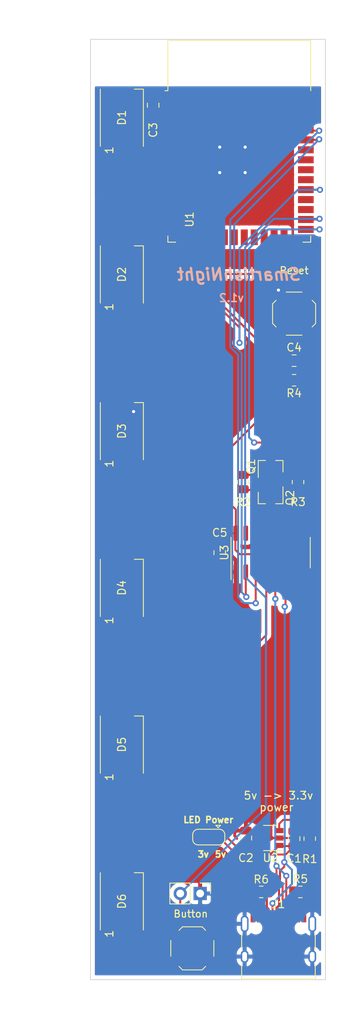
<source format=kicad_pcb>
(kicad_pcb (version 20211014) (generator pcbnew)
  (layers (0 "F.Cu" signal) (31 "B.Cu" signal) (34 "B.Paste" user) (35 "F.Paste" user) (36 "B.SilkS" user "B.Silkscreen") (37 "F.SilkS" user "F.Silkscreen") (38 "B.Mask" user) (39 "F.Mask" user) (44 "Edge.Cuts" user))
  (net 0 "")
  (net 1 "GND")
  (net 2 "VBUS")
  (net 3 "+3V3")
  (net 4 "/RESET")
  (net 5 "/NEOPIXEL")
  (net 6 "Net-(D1-Pad2)")
  (net 7 "Net-(D2-Pad2)")
  (net 8 "Net-(D3-Pad2)")
  (net 9 "Net-(D4-Pad2)")
  (net 10 "/D-")
  (net 11 "/D+")
  (net 12 "/BUTTON")
  (net 13 "/DTR")
  (net 14 "/GPIO0")
  (net 15 "/RTS")
  (net 16 "Net-(R1-Pad2)")
  (net 17 "Net-(D5-Pad2)")
  (net 18 "/RXD0")
  (net 19 "/TXD0")
  (net 20 "/LED_POWER")
  (net 21 "Net-(J1-PadA5)")
  (net 22 "Net-(J1-PadB5)")
  (net 23 "Net-(Q1-Pad1)")
  (net 24 "Net-(Q2-Pad1)")
  (footprint "Capacitor_SMD:C_0805_2012Metric" (layer "F.Cu") (at 118 58.4 90)
    (fp_text reference "C3" (at -3.175 0 90) (layer "F.SilkS"))
    (fp_text value "10uF")
    (pad "1" smd roundrect locked (at -0.95 0 90) (size 1 1.45) (layers "F.Cu" "F.Paste" "F.Mask") (net 3 "+3V3"))
    (pad "2" smd roundrect locked (at 0.95 0 90) (size 1 1.45) (layers "F.Cu" "F.Paste" "F.Mask") (net 1 "GND"))
  )
  (footprint "LED_SMD:LED_WS2812B_PLCC4_5.0x5.0mm_P3.2mm" (layer "F.Cu") (at 114 60 90)
    (fp_text reference "D1" (at 0 0 90) (layer "F.SilkS"))
    (fp_text value "WS2812B")
    (fp_text user "1" (at -4.15 -1.6 90) (layer "F.SilkS"))
    (pad "1" smd rect locked (at -2.45 -1.6 90) (size 1.5 1) (layers "F.Cu" "F.Paste" "F.Mask") (net 20 "/LED_POWER"))
    (pad "2" smd rect locked (at -2.45 1.6 90) (size 1.5 1) (layers "F.Cu" "F.Paste" "F.Mask") (net 6 "Net-(D1-Pad2)"))
    (pad "3" smd rect locked (at 2.45 1.6 90) (size 1.5 1) (layers "F.Cu" "F.Paste" "F.Mask") (net 1 "GND"))
    (pad "4" smd rect locked (at 2.45 -1.6 90) (size 1.5 1) (layers "F.Cu" "F.Paste" "F.Mask") (net 5 "/NEOPIXEL"))
  )
  (footprint "LED_SMD:LED_WS2812B_PLCC4_5.0x5.0mm_P3.2mm" (layer "F.Cu") (at 114 120 90)
    (fp_text reference "D4" (at 0 0 90) (layer "F.SilkS"))
    (fp_text value "WS2812B")
    (fp_text user "1" (at -4.15 -1.6 90) (layer "F.SilkS"))
    (pad "1" smd rect locked (at -2.45 -1.6 90) (size 1.5 1) (layers "F.Cu" "F.Paste" "F.Mask") (net 20 "/LED_POWER"))
    (pad "2" smd rect locked (at -2.45 1.6 90) (size 1.5 1) (layers "F.Cu" "F.Paste" "F.Mask") (net 9 "Net-(D4-Pad2)"))
    (pad "3" smd rect locked (at 2.45 1.6 90) (size 1.5 1) (layers "F.Cu" "F.Paste" "F.Mask") (net 1 "GND"))
    (pad "4" smd rect locked (at 2.45 -1.6 90) (size 1.5 1) (layers "F.Cu" "F.Paste" "F.Mask") (net 8 "Net-(D3-Pad2)"))
  )
  (footprint "Resistor_SMD:R_0805_2012Metric" (layer "F.Cu") (at 136 93.5)
    (fp_text reference "R4" (at 0 1.651) (layer "F.SilkS"))
    (fp_text value "10K")
    (pad "1" smd roundrect locked (at -0.9125 0) (size 1.025 1.4) (layers "F.Cu" "F.Paste" "F.Mask") (roundrect_rratio 0.243902) (net 3 "+3V3"))
    (pad "2" smd roundrect locked (at 0.9125 0) (size 1.025 1.4) (layers "F.Cu" "F.Paste" "F.Mask") (roundrect_rratio 0.243902) (net 4 "/RESET"))
  )
  (footprint "Button_Switch_SMD:SW_SPST_TL3342" (layer "F.Cu") (at 136 85 90)
    (fp_text reference "SW1" hide)
    (fp_text value "TL3342")
    (pad "1" smd rect locked (at -3.15 -1.9 90) (size 1.7 1) (layers "F.Cu" "F.Paste" "F.Mask") (net 1 "GND"))
    (pad "1" smd rect locked (at 3.15 -1.9 90) (size 1.7 1) (layers "F.Cu" "F.Paste" "F.Mask") (net 1 "GND"))
    (pad "2" smd rect locked (at 3.15 1.9 90) (size 1.7 1) (layers "F.Cu" "F.Paste" "F.Mask") (net 4 "/RESET"))
    (pad "2" smd rect locked (at -3.15 1.9 90) (size 1.7 1) (layers "F.Cu" "F.Paste" "F.Mask") (net 4 "/RESET"))
  )
  (footprint "Button_Switch_SMD:SW_SPST_TL3342" (layer "F.Cu") (at 123 166 180)
    (fp_text reference "SW2" hide)
    (fp_text value "TL3342")
    (pad "1" smd rect locked (at 3.15 -1.9 180) (size 1.7 1) (layers "F.Cu" "F.Paste" "F.Mask") (net 1 "GND"))
    (pad "1" smd rect locked (at -3.15 -1.9 180) (size 1.7 1) (layers "F.Cu" "F.Paste" "F.Mask") (net 1 "GND"))
    (pad "2" smd rect locked (at 3.15 1.9 180) (size 1.7 1) (layers "F.Cu" "F.Paste" "F.Mask") (net 12 "/BUTTON"))
    (pad "2" smd rect locked (at -3.15 1.9 180) (size 1.7 1) (layers "F.Cu" "F.Paste" "F.Mask") (net 12 "/BUTTON"))
  )
  (footprint "Capacitor_SMD:C_0805_2012Metric" (layer "F.Cu") (at 136 91)
    (fp_text reference "C4" (at 0 -1.68) (layer "F.SilkS"))
    (fp_text value "1uF")
    (pad "1" smd roundrect locked (at -0.95 0) (size 1 1.45) (layers "F.Cu" "F.Paste" "F.Mask") (net 1 "GND"))
    (pad "2" smd roundrect locked (at 0.95 0) (size 1 1.45) (layers "F.Cu" "F.Paste" "F.Mask") (net 4 "/RESET"))
  )
  (footprint "Resistor_SMD:R_0805_2012Metric" (layer "F.Cu") (at 129.5 106.5 -90)
    (fp_text reference "R2" (at 2.54 0) (layer "F.SilkS"))
    (fp_text value "10K")
    (pad "1" smd roundrect locked (at -0.9125 0 270) (size 1.025 1.4) (layers "F.Cu" "F.Paste" "F.Mask") (roundrect_rratio 0.243902) (net 23 "Net-(Q1-Pad1)"))
    (pad "2" smd roundrect locked (at 0.9125 0 270) (size 1.025 1.4) (layers "F.Cu" "F.Paste" "F.Mask") (roundrect_rratio 0.243902) (net 15 "/RTS"))
  )
  (footprint "LED_SMD:LED_WS2812B_PLCC4_5.0x5.0mm_P3.2mm" (layer "F.Cu") (at 114 80 90)
    (fp_text reference "D2" (at 0 0 90) (layer "F.SilkS"))
    (fp_text value "WS2812B")
    (fp_text user "1" (at -4.15 -1.6 90) (layer "F.SilkS"))
    (pad "1" smd rect locked (at -2.45 -1.6 90) (size 1.5 1) (layers "F.Cu" "F.Paste" "F.Mask") (net 20 "/LED_POWER"))
    (pad "2" smd rect locked (at -2.45 1.6 90) (size 1.5 1) (layers "F.Cu" "F.Paste" "F.Mask") (net 7 "Net-(D2-Pad2)"))
    (pad "3" smd rect locked (at 2.45 1.6 90) (size 1.5 1) (layers "F.Cu" "F.Paste" "F.Mask") (net 1 "GND"))
    (pad "4" smd rect locked (at 2.45 -1.6 90) (size 1.5 1) (layers "F.Cu" "F.Paste" "F.Mask") (net 6 "Net-(D1-Pad2)"))
  )
  (footprint "LED_SMD:LED_WS2812B_PLCC4_5.0x5.0mm_P3.2mm" (layer "F.Cu") (at 114 140 90)
    (fp_text reference "D5" (at 0 0 90) (layer "F.SilkS"))
    (fp_text value "WS2812B")
    (fp_text user "1" (at -4.15 -1.6 90) (layer "F.SilkS"))
    (pad "1" smd rect locked (at -2.45 -1.6 90) (size 1.5 1) (layers "F.Cu" "F.Paste" "F.Mask") (net 20 "/LED_POWER"))
    (pad "2" smd rect locked (at -2.45 1.6 90) (size 1.5 1) (layers "F.Cu" "F.Paste" "F.Mask") (net 17 "Net-(D5-Pad2)"))
    (pad "3" smd rect locked (at 2.45 1.6 90) (size 1.5 1) (layers "F.Cu" "F.Paste" "F.Mask") (net 1 "GND"))
    (pad "4" smd rect locked (at 2.45 -1.6 90) (size 1.5 1) (layers "F.Cu" "F.Paste" "F.Mask") (net 9 "Net-(D4-Pad2)"))
  )
  (footprint "LED_SMD:LED_WS2812B_PLCC4_5.0x5.0mm_P3.2mm" (layer "F.Cu") (at 114 160 90)
    (fp_text reference "D6" (at 0 0 90) (layer "F.SilkS"))
    (fp_text value "WS2812B")
    (fp_text user "1" (at -4.15 -1.6 90) (layer "F.SilkS"))
    (pad "1" smd rect locked (at -2.45 -1.6 90) (size 1.5 1) (layers "F.Cu" "F.Paste" "F.Mask") (net 20 "/LED_POWER"))
    (pad "2" smd rect locked (at -2.45 1.6 90) (size 1.5 1) (layers "F.Cu" "F.Paste" "F.Mask"))
    (pad "3" smd rect locked (at 2.45 1.6 90) (size 1.5 1) (layers "F.Cu" "F.Paste" "F.Mask") (net 1 "GND"))
    (pad "4" smd rect locked (at 2.45 -1.6 90) (size 1.5 1) (layers "F.Cu" "F.Paste" "F.Mask") (net 17 "Net-(D5-Pad2)"))
  )
  (footprint "LED_SMD:LED_WS2812B_PLCC4_5.0x5.0mm_P3.2mm" (layer "F.Cu") (at 114 100 90)
    (fp_text reference "D3" (at 0 0 90) (layer "F.SilkS"))
    (fp_text value "WS2812B")
    (fp_text user "1" (at -4.15 -1.6 90) (layer "F.SilkS"))
    (pad "1" smd rect locked (at -2.45 -1.6 90) (size 1.5 1) (layers "F.Cu" "F.Paste" "F.Mask") (net 20 "/LED_POWER"))
    (pad "2" smd rect locked (at -2.45 1.6 90) (size 1.5 1) (layers "F.Cu" "F.Paste" "F.Mask") (net 8 "Net-(D3-Pad2)"))
    (pad "3" smd rect locked (at 2.45 1.6 90) (size 1.5 1) (layers "F.Cu" "F.Paste" "F.Mask") (net 1 "GND"))
    (pad "4" smd rect locked (at 2.45 -1.6 90) (size 1.5 1) (layers "F.Cu" "F.Paste" "F.Mask") (net 7 "Net-(D2-Pad2)"))
  )
  (footprint "RF_Module:ESP32-WROOM-32" (layer "F.Cu") (at 129 66)
    (fp_text reference "U1" (at -6.35 6.985 90) (layer "F.SilkS"))
    (fp_text value "ESP32-WROOM-32D")
    (pad "1" smd rect locked (at -8.5 -8.255) (size 2 0.9) (layers "F.Cu" "F.Paste" "F.Mask") (net 1 "GND"))
    (pad "2" smd rect locked (at -8.5 -6.985) (size 2 0.9) (layers "F.Cu" "F.Paste" "F.Mask") (net 3 "+3V3"))
    (pad "3" smd rect locked (at -8.5 -5.715) (size 2 0.9) (layers "F.Cu" "F.Paste" "F.Mask") (net 4 "/RESET"))
    (pad "4" smd rect locked (at -8.5 -4.445) (size 2 0.9) (layers "F.Cu" "F.Paste" "F.Mask"))
    (pad "5" smd rect locked (at -8.5 -3.175) (size 2 0.9) (layers "F.Cu" "F.Paste" "F.Mask"))
    (pad "6" smd rect locked (at -8.5 -1.905) (size 2 0.9) (layers "F.Cu" "F.Paste" "F.Mask"))
    (pad "7" smd rect locked (at -8.5 -0.635) (size 2 0.9) (layers "F.Cu" "F.Paste" "F.Mask"))
    (pad "8" smd rect locked (at -8.5 0.635) (size 2 0.9) (layers "F.Cu" "F.Paste" "F.Mask"))
    (pad "9" smd rect locked (at -8.5 1.905) (size 2 0.9) (layers "F.Cu" "F.Paste" "F.Mask"))
    (pad "10" smd rect locked (at -8.5 3.175) (size 2 0.9) (layers "F.Cu" "F.Paste" "F.Mask"))
    (pad "11" smd rect locked (at -8.5 4.445) (size 2 0.9) (layers "F.Cu" "F.Paste" "F.Mask"))
    (pad "12" smd rect locked (at -8.5 5.715) (size 2 0.9) (layers "F.Cu" "F.Paste" "F.Mask"))
    (pad "13" smd rect locked (at -8.5 6.985) (size 2 0.9) (layers "F.Cu" "F.Paste" "F.Mask"))
    (pad "14" smd rect locked (at -8.5 8.255) (size 2 0.9) (layers "F.Cu" "F.Paste" "F.Mask"))
    (pad "15" smd rect locked (at -5.715 9.255 90) (size 2 0.9) (layers "F.Cu" "F.Paste" "F.Mask") (net 1 "GND"))
    (pad "16" smd rect locked (at -4.445 9.255 90) (size 2 0.9) (layers "F.Cu" "F.Paste" "F.Mask"))
    (pad "17" smd rect locked (at -3.175 9.255 90) (size 2 0.9) (layers "F.Cu" "F.Paste" "F.Mask"))
    (pad "18" smd rect locked (at -1.905 9.255 90) (size 2 0.9) (layers "F.Cu" "F.Paste" "F.Mask"))
    (pad "19" smd rect locked (at -0.635 9.255 90) (size 2 0.9) (layers "F.Cu" "F.Paste" "F.Mask"))
    (pad "20" smd rect locked (at 0.635 9.255 90) (size 2 0.9) (layers "F.Cu" "F.Paste" "F.Mask"))
    (pad "21" smd rect locked (at 1.905 9.255 90) (size 2 0.9) (layers "F.Cu" "F.Paste" "F.Mask"))
    (pad "22" smd rect locked (at 3.175 9.255 90) (size 2 0.9) (layers "F.Cu" "F.Paste" "F.Mask"))
    (pad "23" smd rect locked (at 4.445 9.255 90) (size 2 0.9) (layers "F.Cu" "F.Paste" "F.Mask"))
    (pad "24" smd rect locked (at 5.715 9.255 90) (size 2 0.9) (layers "F.Cu" "F.Paste" "F.Mask"))
    (pad "25" smd rect locked (at 8.5 8.255) (size 2 0.9) (layers "F.Cu" "F.Paste" "F.Mask") (net 14 "/GPIO0"))
    (pad "26" smd rect locked (at 8.5 6.985) (size 2 0.9) (layers "F.Cu" "F.Paste" "F.Mask") (net 12 "/BUTTON"))
    (pad "27" smd rect locked (at 8.5 5.715) (size 2 0.9) (layers "F.Cu" "F.Paste" "F.Mask"))
    (pad "28" smd rect locked (at 8.5 4.445) (size 2 0.9) (layers "F.Cu" "F.Paste" "F.Mask"))
    (pad "29" smd rect locked (at 8.5 3.175) (size 2 0.9) (layers "F.Cu" "F.Paste" "F.Mask") (net 5 "/NEOPIXEL"))
    (pad "30" smd rect locked (at 8.5 1.905) (size 2 0.9) (layers "F.Cu" "F.Paste" "F.Mask"))
    (pad "31" smd rect locked (at 8.5 0.635) (size 2 0.9) (layers "F.Cu" "F.Paste" "F.Mask"))
    (pad "32" smd rect locked (at 8.5 -0.635) (size 2 0.9) (layers "F.Cu" "F.Paste" "F.Mask"))
    (pad "33" smd rect locked (at 8.5 -1.905) (size 2 0.9) (layers "F.Cu" "F.Paste" "F.Mask"))
    (pad "34" smd rect locked (at 8.5 -3.175) (size 2 0.9) (layers "F.Cu" "F.Paste" "F.Mask") (net 18 "/RXD0"))
    (pad "35" smd rect locked (at 8.5 -4.445) (size 2 0.9) (layers "F.Cu" "F.Paste" "F.Mask") (net 19 "/TXD0"))
    (pad "36" smd rect locked (at 8.5 -5.715) (size 2 0.9) (layers "F.Cu" "F.Paste" "F.Mask"))
    (pad "37" smd rect locked (at 8.5 -6.985) (size 2 0.9) (layers "F.Cu" "F.Paste" "F.Mask"))
    (pad "38" smd rect locked (at 8.5 -8.255) (size 2 0.9) (layers "F.Cu" "F.Paste" "F.Mask") (net 1 "GND"))
    (pad "39" smd rect locked (at -1 -0.755) (size 5 5) (layers "F.Cu" "F.Paste" "F.Mask") (net 1 "GND"))
  )
  (footprint "Resistor_SMD:R_0805_2012Metric" (layer "F.Cu") (at 136.5 106.5 90)
    (fp_text reference "R3" (at -2.54 0) (layer "F.SilkS"))
    (fp_text value "10K")
    (pad "1" smd roundrect locked (at -0.9125 0 90) (size 1.025 1.4) (layers "F.Cu" "F.Paste" "F.Mask") (roundrect_rratio 0.243902) (net 24 "Net-(Q2-Pad1)"))
    (pad "2" smd roundrect locked (at 0.9125 0 90) (size 1.025 1.4) (layers "F.Cu" "F.Paste" "F.Mask") (roundrect_rratio 0.243902) (net 13 "/DTR"))
  )
  (footprint "Connector_USB:USB_C_Receptacle_HRO_TYPE-C-31-M-12" (layer "F.Cu") (at 134 166)
    (fp_text reference "J1" (at 0 -5.645) (layer "F.SilkS"))
    (fp_text value "USB_C_Receptacle_USB2.0")
    (pad "" np_thru_hole circle locked (at 2.89 -2.6) (size 0.65 0.65) (drill 0.65) (layers *.Cu *.Mask))
    (pad "" np_thru_hole circle locked (at -2.89 -2.6) (size 0.65 0.65) (drill 0.65) (layers *.Cu *.Mask))
    (pad "A1" smd rect locked (at -3.25 -4.045) (size 0.6 1.45) (layers "F.Cu" "F.Paste" "F.Mask") (net 1 "GND"))
    (pad "A4" smd rect locked (at -2.45 -4.045) (size 0.6 1.45) (layers "F.Cu" "F.Paste" "F.Mask") (net 2 "VBUS"))
    (pad "A5" smd rect locked (at -1.25 -4.045) (size 0.3 1.45) (layers "F.Cu" "F.Paste" "F.Mask") (net 21 "Net-(J1-PadA5)"))
    (pad "A6" smd rect locked (at -0.25 -4.045) (size 0.3 1.45) (layers "F.Cu" "F.Paste" "F.Mask") (net 11 "/D+"))
    (pad "A7" smd rect locked (at 0.25 -4.045) (size 0.3 1.45) (layers "F.Cu" "F.Paste" "F.Mask") (net 10 "/D-"))
    (pad "A8" smd rect locked (at 1.25 -4.045) (size 0.3 1.45) (layers "F.Cu" "F.Paste" "F.Mask"))
    (pad "A9" smd rect locked (at 2.45 -4.045) (size 0.6 1.45) (layers "F.Cu" "F.Paste" "F.Mask") (net 2 "VBUS"))
    (pad "A12" smd rect locked (at 3.25 -4.045) (size 0.6 1.45) (layers "F.Cu" "F.Paste" "F.Mask") (net 1 "GND"))
    (pad "B1" smd rect locked (at 3.25 -4.045) (size 0.6 1.45) (layers "F.Cu" "F.Paste" "F.Mask") (net 1 "GND"))
    (pad "B4" smd rect locked (at 2.45 -4.045) (size 0.6 1.45) (layers "F.Cu" "F.Paste" "F.Mask") (net 2 "VBUS"))
    (pad "B5" smd rect locked (at 1.75 -4.045) (size 0.3 1.45) (layers "F.Cu" "F.Paste" "F.Mask") (net 22 "Net-(J1-PadB5)"))
    (pad "B6" smd rect locked (at 0.75 -4.045) (size 0.3 1.45) (layers "F.Cu" "F.Paste" "F.Mask") (net 11 "/D+"))
    (pad "B7" smd rect locked (at -0.75 -4.045) (size 0.3 1.45) (layers "F.Cu" "F.Paste" "F.Mask") (net 10 "/D-"))
    (pad "B8" smd rect locked (at -1.75 -4.045) (size 0.3 1.45) (layers "F.Cu" "F.Paste" "F.Mask"))
    (pad "B9" smd rect locked (at -2.45 -4.045) (size 0.6 1.45) (layers "F.Cu" "F.Paste" "F.Mask") (net 2 "VBUS"))
    (pad "B12" smd rect locked (at -3.25 -4.045) (size 0.6 1.45) (layers "F.Cu" "F.Paste" "F.Mask") (net 1 "GND"))
    (pad "S1" thru_hole oval locked (at 4.32 -3.13) (size 1 2.1) (drill oval 0.6 1.7) (layers *.Cu *.Mask) (net 1 "GND"))
    (pad "S1" thru_hole oval locked (at -4.32 1.05) (size 1 1.6) (drill oval 0.6 1.2) (layers *.Cu *.Mask) (net 1 "GND"))
    (pad "S1" thru_hole oval locked (at -4.32 -3.13) (size 1 2.1) (drill oval 0.6 1.7) (layers *.Cu *.Mask) (net 1 "GND"))
    (pad "S1" thru_hole oval locked (at 4.32 1.05) (size 1 1.6) (drill oval 0.6 1.2) (layers *.Cu *.Mask) (net 1 "GND"))
  )
  (footprint "Package_SO:SOIC-16_3.9x9.9mm_P1.27mm" (layer "F.Cu") (at 133 115.5 90)
    (fp_text reference "U3" (at 0 -5.9 90) (layer "F.SilkS"))
    (fp_text value "CH340C")
    (pad "1" smd roundrect locked (at -2.475 -4.445 90) (size 1.95 0.6) (layers "F.Cu" "F.Paste" "F.Mask") (net 1 "GND"))
    (pad "2" smd roundrect locked (at -2.475 -3.175 90) (size 1.95 0.6) (layers "F.Cu" "F.Paste" "F.Mask") (net 18 "/RXD0"))
    (pad "3" smd roundrect locked (at -2.475 -1.905 90) (size 1.95 0.6) (layers "F.Cu" "F.Paste" "F.Mask") (net 19 "/TXD0"))
    (pad "4" smd roundrect locked (at -2.475 -0.635 90) (size 1.95 0.6) (layers "F.Cu" "F.Paste" "F.Mask") (net 3 "+3V3"))
    (pad "5" smd roundrect locked (at -2.475 0.635 90) (size 1.95 0.6) (layers "F.Cu" "F.Paste" "F.Mask") (net 11 "/D+"))
    (pad "6" smd roundrect locked (at -2.475 1.905 90) (size 1.95 0.6) (layers "F.Cu" "F.Paste" "F.Mask") (net 10 "/D-"))
    (pad "7" smd roundrect locked (at -2.475 3.175 90) (size 1.95 0.6) (layers "F.Cu" "F.Paste" "F.Mask"))
    (pad "8" smd roundrect locked (at -2.475 4.445 90) (size 1.95 0.6) (layers "F.Cu" "F.Paste" "F.Mask"))
    (pad "9" smd roundrect locked (at 2.475 4.445 90) (size 1.95 0.6) (layers "F.Cu" "F.Paste" "F.Mask"))
    (pad "10" smd roundrect locked (at 2.475 3.175 90) (size 1.95 0.6) (layers "F.Cu" "F.Paste" "F.Mask"))
    (pad "11" smd roundrect locked (at 2.475 1.905 90) (size 1.95 0.6) (layers "F.Cu" "F.Paste" "F.Mask"))
    (pad "12" smd roundrect locked (at 2.475 0.635 90) (size 1.95 0.6) (layers "F.Cu" "F.Paste" "F.Mask"))
    (pad "13" smd roundrect locked (at 2.475 -0.635 90) (size 1.95 0.6) (layers "F.Cu" "F.Paste" "F.Mask") (net 13 "/DTR"))
    (pad "14" smd roundrect locked (at 2.475 -1.905 90) (size 1.95 0.6) (layers "F.Cu" "F.Paste" "F.Mask") (net 15 "/RTS"))
    (pad "15" smd roundrect locked (at 2.475 -3.175 90) (size 1.95 0.6) (layers "F.Cu" "F.Paste" "F.Mask"))
    (pad "16" smd roundrect locked (at 2.475 -4.445 90) (size 1.95 0.6) (layers "F.Cu" "F.Paste" "F.Mask") (net 3 "+3V3"))
  )
  (footprint "Capacitor_SMD:C_0805_2012Metric" (layer "F.Cu") (at 126.5 115.5 -90)
    (fp_text reference "C5" (at -2.54 0) (layer "F.SilkS"))
    (fp_text value "10uF")
    (pad "1" smd roundrect locked (at -0.95 0 270) (size 1 1.45) (layers "F.Cu" "F.Paste" "F.Mask") (net 3 "+3V3"))
    (pad "2" smd roundrect locked (at 0.95 0 270) (size 1 1.45) (layers "F.Cu" "F.Paste" "F.Mask") (net 1 "GND"))
  )
  (footprint "Capacitor_SMD:C_0805_2012Metric" (layer "F.Cu") (at 129.84 151.92 90)
    (fp_text reference "C2" (at -2.54 0) (layer "F.SilkS"))
    (fp_text value "10uF")
    (pad "1" smd roundrect locked (at -0.95 0 90) (size 1 1.45) (layers "F.Cu" "F.Paste" "F.Mask") (net 3 "+3V3"))
    (pad "2" smd roundrect locked (at 0.95 0 90) (size 1 1.45) (layers "F.Cu" "F.Paste" "F.Mask") (net 1 "GND"))
  )
  (footprint "Capacitor_SMD:C_0805_2012Metric" (layer "F.Cu") (at 136 152 90)
    (fp_text reference "C1" (at -2.54 0) (layer "F.SilkS"))
    (fp_text value "10uF")
    (pad "1" smd roundrect locked (at -0.95 0 90) (size 1 1.45) (layers "F.Cu" "F.Paste" "F.Mask") (net 2 "VBUS"))
    (pad "2" smd roundrect locked (at 0.95 0 90) (size 1 1.45) (layers "F.Cu" "F.Paste" "F.Mask") (net 1 "GND"))
  )
  (footprint "Resistor_SMD:R_0805_2012Metric" (layer "F.Cu") (at 136.8 158.8)
    (fp_text reference "R5" (at 0 -1.65) (layer "F.SilkS"))
    (fp_text value "5K1")
    (pad "1" smd roundrect locked (at -0.9125 0) (size 1.025 1.4) (layers "F.Cu" "F.Paste" "F.Mask") (roundrect_rratio 0.243902) (net 22 "Net-(J1-PadB5)"))
    (pad "2" smd roundrect locked (at 0.9125 0) (size 1.025 1.4) (layers "F.Cu" "F.Paste" "F.Mask") (roundrect_rratio 0.243902) (net 1 "GND"))
  )
  (footprint "Package_TO_SOT_SMD:SOT-23-5" (layer "F.Cu") (at 133 151.92 180)
    (fp_text reference "U2" (at 0 -2.54) (layer "F.SilkS"))
    (fp_text value "AP2112K-3.3")
    (pad "1" smd rect locked (at -1.1 -0.95 180) (size 1.06 0.65) (layers "F.Cu" "F.Paste" "F.Mask") (net 2 "VBUS"))
    (pad "2" smd rect locked (at -1.1 0 180) (size 1.06 0.65) (layers "F.Cu" "F.Paste" "F.Mask") (net 1 "GND"))
    (pad "3" smd rect locked (at -1.1 0.95 180) (size 1.06 0.65) (layers "F.Cu" "F.Paste" "F.Mask") (net 16 "Net-(R1-Pad2)"))
    (pad "4" smd rect locked (at 1.1 0.95 180) (size 1.06 0.65) (layers "F.Cu" "F.Paste" "F.Mask"))
    (pad "5" smd rect locked (at 1.1 -0.95 180) (size 1.06 0.65) (layers "F.Cu" "F.Paste" "F.Mask") (net 3 "+3V3"))
  )
  (footprint "Package_TO_SOT_SMD:SOT-23" (layer "F.Cu") (at 133 108.5 -90)
    (fp_text reference "Q2" (at 0 -2.5 90) (layer "F.SilkS"))
    (fp_text value "MMBT2222")
    (pad "1" smd rect locked (at -1 -0.95 270) (size 0.9 0.8) (layers "F.Cu" "F.Paste" "F.Mask") (net 24 "Net-(Q2-Pad1)"))
    (pad "2" smd rect locked (at -1 0.95 270) (size 0.9 0.8) (layers "F.Cu" "F.Paste" "F.Mask") (net 15 "/RTS"))
    (pad "3" smd rect locked (at 1 0 270) (size 0.9 0.8) (layers "F.Cu" "F.Paste" "F.Mask") (net 4 "/RESET"))
  )
  (footprint "Package_TO_SOT_SMD:SOT-23" (layer "F.Cu") (at 133 104.5 90)
    (fp_text reference "Q1" (at 0 -2.5 90) (layer "F.SilkS"))
    (fp_text value "MMBT2222")
    (pad "1" smd rect locked (at -1 -0.95 90) (size 0.9 0.8) (layers "F.Cu" "F.Paste" "F.Mask") (net 23 "Net-(Q1-Pad1)"))
    (pad "2" smd rect locked (at -1 0.95 90) (size 0.9 0.8) (layers "F.Cu" "F.Paste" "F.Mask") (net 13 "/DTR"))
    (pad "3" smd rect locked (at 1 0 90) (size 0.9 0.8) (layers "F.Cu" "F.Paste" "F.Mask") (net 14 "/GPIO0"))
  )
  (footprint "Resistor_SMD:R_0805_2012Metric" (layer "F.Cu") (at 131.8 158.8 180)
    (fp_text reference "R6" (at 0 1.6) (layer "F.SilkS"))
    (fp_text value "5K1")
    (pad "1" smd roundrect locked (at -0.9125 0 180) (size 1.025 1.4) (layers "F.Cu" "F.Paste" "F.Mask") (roundrect_rratio 0.243902) (net 21 "Net-(J1-PadA5)"))
    (pad "2" smd roundrect locked (at 0.9125 0 180) (size 1.025 1.4) (layers "F.Cu" "F.Paste" "F.Mask") (roundrect_rratio 0.243902) (net 1 "GND"))
  )
  (footprint "Resistor_SMD:R_0805_2012Metric" (layer "F.Cu") (at 138 152 90)
    (fp_text reference "R1" (at -2.6 0 180) (layer "F.SilkS"))
    (fp_text value "100K")
    (pad "1" smd roundrect locked (at -0.9125 0 90) (size 1.025 1.4) (layers "F.Cu" "F.Paste" "F.Mask") (roundrect_rratio 0.243902) (net 2 "VBUS"))
    (pad "2" smd roundrect locked (at 0.9125 0 90) (size 1.025 1.4) (layers "F.Cu" "F.Paste" "F.Mask") (roundrect_rratio 0.243902) (net 16 "Net-(R1-Pad2)"))
  )
  (footprint "Connector_PinHeader_2.54mm:PinHeader_1x02_P2.54mm_Vertical" (layer "F.Cu") (at 124 159 -90)
    (fp_text reference "J2" hide)
    (fp_text value "BUTTON")
    (pad "1" thru_hole rect locked (at 0 0 270) (size 1.7 1.7) (drill 1) (layers *.Cu *.Mask) (net 1 "GND"))
    (pad "2" thru_hole oval locked (at 0 2.54 270) (size 1.7 1.7) (drill 1) (layers *.Cu *.Mask) (net 12 "/BUTTON"))
  )
  (footprint "Jumper:SolderJumper-3_P1.3mm_Bridged12_RoundedPad1.0x1.5mm" (layer "F.Cu") (at 125.1 151.8 180)
    (fp_text reference "JP1" hide)
    (fp_text value "SolderJumper_3_Bridged12")
    (fp_poly (pts (xy -0.9 -0.3) (xy -0.4 -0.3) (xy -0.4 0.3) (xy -0.9 0.3)) (layer "F.Cu") (width 0) (fill solid))
    (pad "1" smd custom locked (at -1.3 0 180) (size 1 0.5) (layers "F.Cu" "F.Mask") (net 2 "VBUS") (options (clearance outline) (anchor rect)) (primitives (gr_circle (center 0 0.25) (end 0.5 0.25) (width 0) (fill yes)) (gr_circle (center 0 -0.25) (end 0.5 -0.25) (width 0) (fill yes)) (gr_poly (pts (xy 0.55 -0.75) (xy 0 -0.75) (xy 0 0.75) (xy 0.55 0.75)) (width 0) (fill yes))))
    (pad "2" smd rect locked (at 0 0 180) (size 1 1.5) (layers "F.Cu" "F.Mask") (net 20 "/LED_POWER"))
    (pad "3" smd custom locked (at 1.3 0 180) (size 1 0.5) (layers "F.Cu" "F.Mask") (net 3 "+3V3") (options (clearance outline) (anchor rect)) (primitives (gr_circle (center 0 0.25) (end 0.5 0.25) (width 0) (fill yes)) (gr_circle (center 0 -0.25) (end 0.5 -0.25) (width 0) (fill yes)) (gr_poly (pts (xy -0.55 -0.75) (xy 0 -0.75) (xy 0 0.75) (xy -0.55 0.75)) (width 0) (fill yes))))
  )
  (gr_line (start 110 170) (end 110 50) (layer "Edge.Cuts") (width 0.1))
  (gr_line (start 110 50) (end 140 50) (layer "Edge.Cuts") (width 0.1))
  (gr_line (start 140 170) (end 110 170) (layer "Edge.Cuts") (width 0.1))
  (gr_line (start 140 50) (end 140 170) (layer "Edge.Cuts") (width 0.1))
  (gr_text "v1.2" (at 128 83) (layer "B.SilkS") (effects (font (size 1 1) (thickness 0.2)) (justify mirror)))
  (gr_text "SmartishNight" (at 129 80) (layer "B.SilkS") (effects (font (size 1.5 1.5) (thickness 0.3) italic) (justify mirror)))
  (gr_text "Reset" (at 136 79.5) (layer "F.SilkS") (effects (font (size 0.9 0.9))))
  (gr_text "Button" (at 122.8 161.6) (layer "F.SilkS") (effects (font (size 0.9 0.9))))
  (gr_text "5v -> 3.3v\n" (at 134 146.5) (layer "F.SilkS") (effects (font (size 1 1))))
  (gr_text "LED Power" (at 125.05 149.6) (layer "F.SilkS") (effects (font (size 0.8 0.8) (thickness 0.2))))
  (gr_text "3v" (at 124.4 154) (layer "F.SilkS") (effects (font (size 0.8 0.8) (thickness 0.2))))
  (gr_text "5v" (at 126.6 154) (layer "F.SilkS") (effects (font (size 0.8 0.8) (thickness 0.2))))
  (gr_text "power" (at 133.75 148) (layer "F.SilkS") (effects (font (size 1 1))))
  (segment (start 136 151.16) (end 136 151.75) (width 0.25) (layer "F.Cu") (net 1))
  (segment (start 115.6 97.55) (end 115.55 97.55) (width 0.25) (layer "F.Cu") (net 1))
  (segment (start 128 65.245) (end 127.995 65.245) (width 0.25) (layer "F.Cu") (net 1))
  (segment (start 134.1 151.92) (end 133.32 151.92) (width 0.25) (layer "F.Cu") (net 1))
  (segment (start 132.45 149.2) (end 130.55 149.2) (width 0.25) (layer "F.Cu") (net 1))
  (segment (start 128 65.5) (end 126.5 67) (width 0.25) (layer "F.Cu") (net 1))
  (segment (start 130.55 149.2) (end 129.84 149.91) (width 0.25) (layer "F.Cu") (net 1))
  (segment (start 134.1 81.9) (end 134 82) (width 0.25) (layer "F.Cu") (net 1))
  (segment (start 135.83 151.92) (end 134.115 151.92) (width 0.25) (layer "F.Cu") (net 1))
  (segment (start 127.995 65.245) (end 126.5 63.75) (width 0.25) (layer "F.Cu") (net 1))
  (segment (start 128 65.5) (end 128 65.245) (width 0.25) (layer "F.Cu") (net 1))
  (segment (start 118 57.45) (end 120.205 57.45) (width 0.25) (layer "F.Cu") (net 1))
  (segment (start 120.205 57.45) (end 120.5 57.745) (width 0.25) (layer "F.Cu") (net 1))
  (segment (start 129.84 149.91) (end 129.84 150.97) (width 0.25) (layer "F.Cu") (net 1))
  (segment (start 136.19 150.97) (end 136 151.16) (width 0.25) (layer "F.Cu") (net 1))
  (segment (start 133.1 149.85) (end 132.45 149.2) (width 0.25) (layer "F.Cu") (net 1))
  (segment (start 137.25 161.955) (end 137.25 160.7) (width 0.25) (layer "F.Cu") (net 1))
  (segment (start 130.75 158.9375) (end 130.8875 158.8) (width 0.25) (layer "F.Cu") (net 1))
  (segment (start 128 65.245) (end 125.75 67.495) (width 0.25) (layer "F.Cu") (net 1))
  (segment (start 128 65.245) (end 128.255 65.245) (width 0.25) (layer "F.Cu") (net 1))
  (segment (start 137.7125 160.2375) (end 137.7125 158.8) (width 0.25) (layer "F.Cu") (net 1))
  (segment (start 134.1 81.85) (end 134.1 81.9) (width 0.25) (layer "F.Cu") (net 1))
  (segment (start 137.25 160.7) (end 137.7125 160.2375) (width 0.25) (layer "F.Cu") (net 1))
  (segment (start 115.55 97.55) (end 115.5 97.5) (width 0.25) (layer "F.Cu") (net 1))
  (segment (start 133.32 151.92) (end 133.1 151.7) (width 0.25) (layer "F.Cu") (net 1))
  (segment (start 130.75 161.955) (end 130.75 158.9375) (width 0.25) (layer "F.Cu") (net 1))
  (segment (start 133.1 151.7) (end 133.1 149.85) (width 0.25) (layer "F.Cu") (net 1))
  (segment (start 136 151.75) (end 135.83 151.92) (width 0.25) (layer "F.Cu") (net 1))
  (segment (start 128.255 65.245) (end 129.75 63.75) (width 0.25) (layer "F.Cu") (net 1))
  (via (at 129.75 67) (size 0.8) (drill 0.4) (layers "F.Cu" "B.Cu") (net 1))
  (via (at 115.5 97.5) (size 0.8) (drill 0.4) (layers "F.Cu" "B.Cu") (net 1))
  (via (at 134 82) (size 0.8) (drill 0.4) (layers "F.Cu" "B.Cu") (net 1))
  (via (at 129.75 63.75) (size 0.8) (drill 0.4) (layers "F.Cu" "B.Cu") (net 1))
  (via (at 126.5 67) (size 0.8) (drill 0.4) (layers "F.Cu" "B.Cu") (net 1))
  (via (at 126.5 63.75) (size 0.8) (drill 0.4) (layers "F.Cu" "B.Cu") (net 1))
  (segment (start 126.5 67) (end 129.75 67) (width 0.25) (layer "B.Cu") (net 1))
  (segment (start 126.5 67) (end 126.5 63.75) (width 0.25) (layer "B.Cu") (net 1))
  (segment (start 126.5 63.75) (end 129.75 63.75) (width 0.25) (layer "B.Cu") (net 1))
  (segment (start 129.75 63.75) (end 129.75 67) (width 0.25) (layer "B.Cu") (net 1))
  (segment (start 134.1 152.87) (end 132.945001 154.024999) (width 0.25) (layer "F.Cu") (net 2))
  (segment (start 136.0375 152.9125) (end 136 152.95) (width 0.25) (layer "F.Cu") (net 2))
  (segment (start 131.901999 154.024999) (end 134.925001 154.024999) (width 0.25) (layer "F.Cu") (net 2))
  (segment (start 131.55 160.98) (end 131.87499 160.65501) (width 0.25) (layer "F.Cu") (net 2))
  (segment (start 136 152.95) (end 134.18 152.95) (width 0.25) (layer "F.Cu") (net 2))
  (segment (start 131.87499 160.65501) (end 131.87499 155.447992) (width 0.25) (layer "F.Cu") (net 2))
  (segment (start 136.72501 160.70499) (end 136.72501 155.27499) (width 0.25) (layer "F.Cu") (net 2))
  (segment (start 126.854064 152.254064) (end 126.4 151.8) (width 0.25) (layer "F.Cu") (net 2))
  (segment (start 134.18 152.95) (end 134.1 152.87) (width 0.25) (layer "F.Cu") (net 2))
  (segment (start 134.925001 154.024999) (end 136 152.95) (width 0.25) (layer "F.Cu") (net 2))
  (segment (start 131.524999 155.098001) (end 131.524999 154.401999) (width 0.25) (layer "F.Cu") (net 2))
  (segment (start 136.45 160.98) (end 136.72501 160.70499) (width 0.25) (layer "F.Cu") (net 2))
  (segment (start 138 152.9125) (end 136.0375 152.9125) (width 0.25) (layer "F.Cu") (net 2))
  (segment (start 138 154) (end 138 152.9125) (width 0.25) (layer "F.Cu") (net 2))
  (segment (start 131.524999 154.401999) (end 131.901999 154.024999) (width 0.25) (layer "F.Cu") (net 2))
  (segment (start 136.72501 155.27499) (end 138 154) (width 0.25) (layer "F.Cu") (net 2))
  (segment (start 131.55 161.955) (end 131.55 160.98) (width 0.25) (layer "F.Cu") (net 2))
  (segment (start 136.45 161.955) (end 136.45 160.98) (width 0.25) (layer "F.Cu") (net 2))
  (segment (start 128.624999 154.024999) (end 126.854064 152.254064) (width 0.25) (layer "F.Cu") (net 2))
  (segment (start 131.87499 155.447992) (end 131.524999 155.098001) (width 0.25) (layer "F.Cu") (net 2))
  (segment (start 132.945001 154.024999) (end 128.624999 154.024999) (width 0.25) (layer "F.Cu") (net 2))
  (segment (start 131.915 152.87) (end 129.84 152.87) (width 0.25) (layer "F.Cu") (net 3))
  (segment (start 129.84 152.936) (end 129.84 152.87) (width 0.25) (layer "F.Cu") (net 3))
  (segment (start 128.555 110.005) (end 127.75 109.2) (width 0.25) (layer "F.Cu") (net 3))
  (segment (start 127 150) (end 125.8 150) (width 0.25) (layer "F.Cu") (net 3))
  (segment (start 126.5 114.55) (end 126.5 113.7) (width 0.25) (layer "F.Cu") (net 3))
  (segment (start 134.22499 93.14999) (end 134.575 93.5) (width 0.25) (layer "F.Cu") (net 3))
  (segment (start 131.5 115.7) (end 129.05 115.7) (width 0.25) (layer "F.Cu") (net 3))
  (segment (start 132.45 126) (end 132.45 118.06) (width 0.25) (layer "F.Cu") (net 3))
  (segment (start 127.75 109.2) (end 127.75 102.25) (width 0.25) (layer "F.Cu") (net 3))
  (segment (start 118 59.35) (end 117.3 60.05) (width 0.25) (layer "F.Cu") (net 3))
  (segment (start 125.8 150) (end 125.8 132.65) (width 0.25) (layer "F.Cu") (net 3))
  (segment (start 129.05 115.7) (end 128.5 115.15) (width 0.25) (layer "F.Cu") (net 3))
  (segment (start 135.0875 94.9125) (end 135.0875 93.5) (width 0.25) (layer "F.Cu") (net 3))
  (segment (start 132.365 117.975) (end 132.365 116.565) (width 0.25) (layer "F.Cu") (net 3))
  (segment (start 119.05 59.35) (end 119.385 59.015) (width 0.25) (layer "F.Cu") (net 3))
  (segment (start 127.175 113.025) (end 128.555 113.025) (width 0.25) (layer "F.Cu") (net 3))
  (segment (start 119.385 59.015) (end 120.5 59.015) (width 0.25) (layer "F.Cu") (net 3))
  (segment (start 127.75 102.25) (end 135.0875 94.9125) (width 0.25) (layer "F.Cu") (net 3))
  (segment (start 132.45 118.06) (end 132.365 117.975) (width 0.25) (layer "F.Cu") (net 3))
  (segment (start 128.47 152.87) (end 127.6 152) (width 0.25) (layer "F.Cu") (net 3))
  (segment (start 118 59.35) (end 119.05 59.35) (width 0.25) (layer "F.Cu") (net 3))
  (segment (start 127.6 152) (end 127.6 150.6) (width 0.25) (layer "F.Cu") (net 3))
  (segment (start 124.2 150) (end 123.8 150.4) (width 0.25) (layer "F.Cu") (net 3))
  (segment (start 127.6 150.6) (end 127 150) (width 0.25) (layer "F.Cu") (net 3))
  (segment (start 128.5 113.08) (end 128.555 113.025) (width 0.25) (layer "F.Cu") (net 3))
  (segment (start 123.8 150.4) (end 123.8 151.8) (width 0.25) (layer "F.Cu") (net 3))
  (segment (start 129.84 152.87) (end 128.47 152.87) (width 0.25) (layer "F.Cu") (net 3))
  (segment (start 128.5 115.15) (end 128.5 113.08) (width 0.25) (layer "F.Cu") (net 3))
  (segment (start 134.22499 91.28858) (end 134.22499 93.14999) (width 0.25) (layer "F.Cu") (net 3))
  (segment (start 125.8 132.65) (end 132.45 126) (width 0.25) (layer "F.Cu") (net 3))
  (segment (start 117.3 74.36359) (end 134.22499 91.28858) (width 0.25) (layer "F.Cu") (net 3))
  (segment (start 134.575 93.5) (end 135.0875 93.5) (width 0.25) (layer "F.Cu") (net 3))
  (segment (start 117.3 60.05) (end 117.3 74.36359) (width 0.25) (layer "F.Cu") (net 3))
  (segment (start 126.5 113.7) (end 127.175 113.025) (width 0.25) (layer "F.Cu") (net 3))
  (segment (start 132.365 116.565) (end 131.5 115.7) (width 0.25) (layer "F.Cu") (net 3))
  (segment (start 128.555 113.025) (end 128.555 110.005) (width 0.25) (layer "F.Cu") (net 3))
  (segment (start 125.8 150) (end 124.2 150) (width 0.25) (layer "F.Cu") (net 3))
  (segment (start 117.85 74.27718) (end 117.85 61.685) (width 0.25) (layer "F.Cu") (net 4))
  (segment (start 136.95 89.95) (end 137.15 89.75) (width 0.25) (layer "F.Cu") (net 4))
  (segment (start 136.9125 100.9625) (end 136.9125 93.5) (width 0.25) (layer "F.Cu") (net 4))
  (segment (start 133 109.5) (end 137.7 109.5) (width 0.25) (layer "F.Cu") (net 4))
  (segment (start 137.9 81.85) (end 137.9 80.75) (width 0.25) (layer "F.Cu") (net 4))
  (segment (start 119.25 60.285) (end 120.5 60.285) (width 0.25) (layer "F.Cu") (net 4))
  (segment (start 137.15 89.75) (end 137.7 89.75) (width 0.25) (layer "F.Cu") (net 4))
  (segment (start 138.25 102.3) (end 136.9125 100.9625) (width 0.25) (layer "F.Cu") (net 4))
  (segment (start 123.52282 79.95) (end 117.85 74.27718) (width 0.25) (layer "F.Cu") (net 4))
  (segment (start 136.9125 91.0375) (end 136.95 91) (width 0.25) (layer "F.Cu") (net 4))
  (segment (start 137.9 80.75) (end 137.1 79.95) (width 0.25) (layer "F.Cu") (net 4))
  (segment (start 117.85 61.685) (end 119.25 60.285) (width 0.25) (layer "F.Cu") (net 4))
  (segment (start 136.95 91) (end 136.95 89.95) (width 0.25) (layer "F.Cu") (net 4))
  (segment (start 138.25 108.95) (end 138.25 102.3) (width 0.25) (layer "F.Cu") (net 4))
  (segment (start 137.9 88.15) (end 137.9 81.85) (width 0.25) (layer "F.Cu") (net 4))
  (segment (start 137.9 89.55) (end 137.9 88.15) (width 0.25) (layer "F.Cu") (net 4))
  (segment (start 137.1 79.95) (end 123.52282 79.95) (width 0.25) (layer "F.Cu") (net 4))
  (segment (start 137.7 109.5) (end 138.25 108.95) (width 0.25) (layer "F.Cu") (net 4))
  (segment (start 136.9125 93.5) (end 136.9125 91.0375) (width 0.25) (layer "F.Cu") (net 4))
  (segment (start 137.7 89.75) (end 137.9 89.55) (width 0.25) (layer "F.Cu") (net 4))
  (segment (start 129.02499 86.77499) (end 129.02499 88.726209) (width 0.25) (layer "F.Cu") (net 5))
  (segment (start 114.785002 59.8) (end 116.75 61.764998) (width 0.25) (layer "F.Cu") (net 5))
  (segment (start 139.275 69.175) (end 139.3 69.2) (width 0.25) (layer "F.Cu") (net 5))
  (segment (start 112.4 57.55) (end 112.4 58.95) (width 0.25) (layer "F.Cu") (net 5))
  (segment (start 116.75 74.5) (end 129.02499 86.77499) (width 0.25) (layer "F.Cu") (net 5))
  (segment (start 137.5 69.175) (end 139.275 69.175) (width 0.25) (layer "F.Cu") (net 5))
  (segment (start 112.4 58.95) (end 113.25 59.8) (width 0.25) (layer "F.Cu") (net 5))
  (segment (start 116.75 61.764998) (end 116.75 74.5) (width 0.25) (layer "F.Cu") (net 5))
  (segment (start 113.25 59.8) (end 114.785002 59.8) (width 0.25) (layer "F.Cu") (net 5))
  (via (at 129.02499 88.726209) (size 0.8) (drill 0.4) (layers "F.Cu" "B.Cu") (net 5))
  (via (at 139.3 69.2) (size 0.8) (drill 0.4) (layers "F.Cu" "B.Cu") (net 5))
  (segment (start 129.02499 76.652188) (end 129.02499 88.726209) (width 0.25) (layer "B.Cu") (net 5))
  (segment (start 139.3 69.2) (end 136.477178 69.2) (width 0.25) (layer "B.Cu") (net 5))
  (segment (start 136.477178 69.2) (end 129.02499 76.652188) (width 0.25) (layer "B.Cu") (net 5))
  (segment (start 112.4 77.55) (end 112.4 73.6) (width 0.25) (layer "F.Cu") (net 6))
  (segment (start 115.6 70.4) (end 115.6 62.45) (width 0.25) (layer "F.Cu") (net 6))
  (segment (start 112.4 73.6) (end 115.6 70.4) (width 0.25) (layer "F.Cu") (net 6))
  (segment (start 115.6 89.8) (end 115.6 82.45) (width 0.25) (layer "F.Cu") (net 7))
  (segment (start 112.4 97.55) (end 112.4 93) (width 0.25) (layer "F.Cu") (net 7))
  (segment (start 112.4 93) (end 115.6 89.8) (width 0.25) (layer "F.Cu") (net 7))
  (segment (start 112.4 113.2) (end 115.6 110) (width 0.25) (layer "F.Cu") (net 8))
  (segment (start 112.4 117.55) (end 112.4 113.2) (width 0.25) (layer "F.Cu") (net 8))
  (segment (start 115.6 110) (end 115.6 102.45) (width 0.25) (layer "F.Cu") (net 8))
  (segment (start 112.4 132.6) (end 115.6 129.4) (width 0.25) (layer "F.Cu") (net 9))
  (segment (start 115.6 129.4) (end 115.6 122.45) (width 0.25) (layer "F.Cu") (net 9))
  (segment (start 112.4 137.55) (end 112.4 132.6) (width 0.25) (layer "F.Cu") (net 9))
  (segment (start 134.25 160.959415) (end 134.524998 160.684417) (width 0.25) (layer "F.Cu") (net 10))
  (segment (start 134.749998 155.565685) (end 134.749998 155) (width 0.25) (layer "F.Cu") (net 10))
  (segment (start 134.524998 157.848002) (end 134.200011 157.523015) (width 0.25) (layer "F.Cu") (net 10))
  (segment (start 134.905 122.295) (end 134.8 122.4) (width 0.25) (layer "F.Cu") (net 10))
  (segment (start 133.250001 160.815684) (end 133.250001 160.249999) (width 0.25) (layer "F.Cu") (net 10))
  (segment (start 134.905 117.975) (end 134.905 122.295) (width 0.25) (layer "F.Cu") (net 10))
  (segment (start 134.524998 160.684417) (end 134.524998 157.848002) (width 0.25) (layer "F.Cu") (net 10))
  (segment (start 133.25 161.955) (end 133.250001 160.815684) (width 0.25) (layer "F.Cu") (net 10))
  (segment (start 134.200011 157.523015) (end 134.200011 156.115672) (width 0.25) (layer "F.Cu") (net 10))
  (segment (start 134.200011 156.115672) (end 134.749998 155.565685) (width 0.25) (layer "F.Cu") (net 10))
  (segment (start 134.25 161.955) (end 134.25 160.959415) (width 0.25) (layer "F.Cu") (net 10))
  (via (at 134.749998 155) (size 0.8) (drill 0.4) (layers "F.Cu" "B.Cu") (net 10))
  (via (at 133.250001 160.249999) (size 0.8) (drill 0.4) (layers "F.Cu" "B.Cu") (net 10))
  (via (at 134.8 122.4) (size 0.8) (drill 0.4) (layers "F.Cu" "B.Cu") (net 10))
  (segment (start 134.8 154.949998) (end 134.749998 155) (width 0.25) (layer "B.Cu") (net 10))
  (segment (start 133.250001 160.249999) (end 135.725002 157.774998) (width 0.25) (layer "B.Cu") (net 10))
  (segment (start 135.725002 157.774998) (end 135.725002 155.975004) (width 0.25) (layer "B.Cu") (net 10))
  (segment (start 135.725002 155.975004) (end 134.749998 155) (width 0.25) (layer "B.Cu") (net 10))
  (segment (start 134.8 122.4) (end 134.8 154.949998) (width 0.25) (layer "B.Cu") (net 10))
  (segment (start 133.75 160.823004) (end 134.074987 160.498017) (width 0.25) (layer "F.Cu") (net 11))
  (segment (start 133.6 118.01) (end 133.635 117.975) (width 0.25) (layer "F.Cu") (net 11))
  (segment (start 134.074987 158.034402) (end 133.749996 157.709411) (width 0.25) (layer "F.Cu") (net 11))
  (segment (start 133.6 121.4) (end 133.6 118.01) (width 0.25) (layer "F.Cu") (net 11))
  (segment (start 133.749996 157.709411) (end 133.749996 155.5) (width 0.25) (layer "F.Cu") (net 11))
  (segment (start 135 160.845826) (end 135 156.75) (width 0.25) (layer "F.Cu") (net 11))
  (segment (start 133.75 161.955) (end 133.75 160.823004) (width 0.25) (layer "F.Cu") (net 11))
  (segment (start 134.074987 160.498017) (end 134.074987 158.034402) (width 0.25) (layer "F.Cu") (net 11))
  (segment (start 134.75 161.095826) (end 135 160.845826) (width 0.25) (layer "F.Cu") (net 11))
  (segment (start 134.75 161.955) (end 134.75 161.095826) (width 0.25) (layer "F.Cu") (net 11))
  (via (at 133.6 121.4) (size 0.8) (drill 0.4) (layers "F.Cu" "B.Cu") (net 11))
  (via (at 133.749996 155.5) (size 0.8) (drill 0.4) (layers "F.Cu" "B.Cu") (net 11))
  (via (at 135 156.75) (size 0.8) (drill 0.4) (layers "F.Cu" "B.Cu") (net 11))
  (segment (start 135 156.75) (end 133.75 155.5) (width 0.25) (layer "B.Cu") (net 11))
  (segment (start 133.6 155.350004) (end 133.749996 155.5) (width 0.25) (layer "B.Cu") (net 11))
  (segment (start 133.6 121.4) (end 133.6 155.350004) (width 0.25) (layer "B.Cu") (net 11))
  (segment (start 133.75 155.5) (end 133.749996 155.5) (width 0.25) (layer "B.Cu") (net 11))
  (segment (start 137.5 72.985) (end 139.165 72.985) (width 0.25) (layer "F.Cu") (net 12))
  (segment (start 121.46 159) (end 121.46 160.74) (width 0.25) (layer "F.Cu") (net 12))
  (segment (start 139.165 72.985) (end 139.25 72.9) (width 0.25) (layer "F.Cu") (net 12))
  (segment (start 126.15 164.1) (end 119.85 164.1) (width 0.25) (layer "F.Cu") (net 12))
  (segment (start 121.46 160.74) (end 119.85 162.35) (width 0.25) (layer "F.Cu") (net 12))
  (segment (start 119.85 162.35) (end 119.85 164.1) (width 0.25) (layer "F.Cu") (net 12))
  (via (at 139.25 72.9) (size 0.8) (drill 0.4) (layers "F.Cu" "B.Cu") (net 12))
  (segment (start 132.4 148.06) (end 122.309999 158.150001) (width 0.25) (layer "B.Cu") (net 12))
  (segment (start 139.25 72.9) (end 133.413589 72.9) (width 0.25) (layer "B.Cu") (net 12))
  (segment (start 129.75 76.563589) (end 129.75 118.6) (width 0.25) (layer "B.Cu") (net 12))
  (segment (start 133.413589 72.9) (end 129.75 76.563589) (width 0.25) (layer "B.Cu") (net 12))
  (segment (start 129.75 118.6) (end 132.4 121.25) (width 0.25) (layer "B.Cu") (net 12))
  (segment (start 132.4 121.25) (end 132.4 148.06) (width 0.25) (layer "B.Cu") (net 12))
  (segment (start 122.309999 158.150001) (end 121.46 159) (width 0.25) (layer "B.Cu") (net 12))
  (segment (start 132.065 108.920002) (end 133 107.985002) (width 0.25) (layer "F.Cu") (net 13))
  (segment (start 136.5 105.5875) (end 134.0375 105.5875) (width 0.25) (layer "F.Cu") (net 13))
  (segment (start 132.365 110.915) (end 132.065 110.615) (width 0.25) (layer "F.Cu") (net 13))
  (segment (start 133 107.985002) (end 133 107) (width 0.25) (layer "F.Cu") (net 13))
  (segment (start 133 107) (end 133.95 106.05) (width 0.25) (layer "F.Cu") (net 13))
  (segment (start 133.95 106.05) (end 133.95 105.5) (width 0.25) (layer "F.Cu") (net 13))
  (segment (start 132.065 110.615) (end 132.065 108.920002) (width 0.25) (layer "F.Cu") (net 13))
  (segment (start 132.365 113.025) (end 132.365 110.915) (width 0.25) (layer "F.Cu") (net 13))
  (segment (start 134.0375 105.5875) (end 133.95 105.5) (width 0.25) (layer "F.Cu") (net 13))
  (segment (start 137.505 74.25) (end 137.5 74.255) (width 0.25) (layer "F.Cu") (net 14))
  (segment (start 133 102.3) (end 132.15 101.45) (width 0.25) (layer "F.Cu") (net 14))
  (segment (start 132.15 101.45) (end 130.9 101.45) (width 0.25) (layer "F.Cu") (net 14))
  (segment (start 139.25 74.25) (end 137.505 74.25) (width 0.25) (layer "F.Cu") (net 14))
  (segment (start 133 103.5) (end 133 102.3) (width 0.25) (layer "F.Cu") (net 14))
  (via (at 130.9 101.45) (size 0.8) (drill 0.4) (layers "F.Cu" "B.Cu") (net 14))
  (via (at 139.25 74.25) (size 0.8) (drill 0.4) (layers "F.Cu" "B.Cu") (net 14))
  (segment (start 139.25 74.25) (end 132.7 74.25) (width 0.25) (layer "B.Cu") (net 14))
  (segment (start 132.7 74.25) (end 130.25 76.7) (width 0.25) (layer "B.Cu") (net 14))
  (segment (start 130.25 76.7) (end 130.25 100.8) (width 0.25) (layer "B.Cu") (net 14))
  (segment (start 130.25 100.8) (end 130.9 101.45) (width 0.25) (layer "B.Cu") (net 14))
  (segment (start 131.095 113.025) (end 131.095 109.205) (width 0.25) (layer "F.Cu") (net 15))
  (segment (start 131.095 109.205) (end 132.05 108.25) (width 0.25) (layer "F.Cu") (net 15))
  (segment (start 129.5875 107.5) (end 129.5 107.4125) (width 0.25) (layer "F.Cu") (net 15))
  (segment (start 132.05 108.25) (end 132.05 107.5) (width 0.25) (layer "F.Cu") (net 15))
  (segment (start 132.05 107.5) (end 129.5875 107.5) (width 0.25) (layer "F.Cu") (net 15))
  (segment (start 137.4 149.6) (end 138 150.2) (width 0.25) (layer "F.Cu") (net 16))
  (segment (start 134.1 150.97) (end 134.1 150.1) (width 0.25) (layer "F.Cu") (net 16))
  (segment (start 138 150.2) (end 138 151.0875) (width 0.25) (layer "F.Cu") (net 16))
  (segment (start 134.6 149.6) (end 137.4 149.6) (width 0.25) (layer "F.Cu") (net 16))
  (segment (start 134.1 150.1) (end 134.6 149.6) (width 0.25) (layer "F.Cu") (net 16))
  (segment (start 112.4 152) (end 115.6 148.8) (width 0.25) (layer "F.Cu") (net 17))
  (segment (start 112.4 157.55) (end 112.4 152) (width 0.25) (layer "F.Cu") (net 17))
  (segment (start 115.6 148.8) (end 115.6 142.45) (width 0.25) (layer "F.Cu") (net 17))
  (segment (start 139.125 62.825) (end 139.2 62.75) (width 0.25) (layer "F.Cu") (net 18))
  (segment (start 129.825 117.975) (end 129.825 121.075) (width 0.25) (layer "F.Cu") (net 18))
  (segment (start 129.825 121.075) (end 129.9 121.15) (width 0.25) (layer "F.Cu") (net 18))
  (segment (start 137.5 62.825) (end 139.125 62.825) (width 0.25) (layer "F.Cu") (net 18))
  (via (at 129.9 121.15) (size 0.8) (drill 0.4) (layers "F.Cu" "B.Cu") (net 18))
  (via (at 139.2 62.75) (size 0.8) (drill 0.4) (layers "F.Cu" "B.Cu") (net 18))
  (segment (start 138.800001 63.149999) (end 139.2 62.75) (width 0.25) (layer "B.Cu") (net 18))
  (segment (start 129.9 121.15) (end 129.299989 120.549989) (width 0.25) (layer "B.Cu") (net 18))
  (segment (start 128.349977 73.600023) (end 138.800001 63.149999) (width 0.25) (layer "B.Cu") (net 18))
  (segment (start 129.299989 90.07421) (end 128.299989 89.07421) (width 0.25) (layer "B.Cu") (net 18))
  (segment (start 129.299989 120.549989) (end 129.299989 90.07421) (width 0.25) (layer "B.Cu") (net 18))
  (segment (start 128.349977 88.32822) (end 128.349977 73.600023) (width 0.25) (layer "B.Cu") (net 18))
  (segment (start 128.299989 89.07421) (end 128.299989 88.378208) (width 0.25) (layer "B.Cu") (net 18))
  (segment (start 128.299989 88.378208) (end 128.349977 88.32822) (width 0.25) (layer "B.Cu") (net 18))
  (segment (start 139.2 61.65) (end 137.595 61.65) (width 0.25) (layer "F.Cu") (net 19))
  (segment (start 137.595 61.65) (end 137.5 61.555) (width 0.25) (layer "F.Cu") (net 19))
  (segment (start 131.095 117.975) (end 131.095 121.945) (width 0.25) (layer "F.Cu") (net 19))
  (segment (start 131.095 121.945) (end 131.1 121.95) (width 0.25) (layer "F.Cu") (net 19))
  (via (at 139.2 61.65) (size 0.8) (drill 0.4) (layers "F.Cu" "B.Cu") (net 19))
  (via (at 131.1 121.95) (size 0.8) (drill 0.4) (layers "F.Cu" "B.Cu") (net 19))
  (segment (start 128.849978 121.165663) (end 129.634315 121.95) (width 0.25) (layer "B.Cu") (net 19))
  (segment (start 128.849978 90.26061) (end 128.849978 121.165663) (width 0.25) (layer "B.Cu") (net 19))
  (segment (start 129.634315 121.95) (end 131.1 121.95) (width 0.25) (layer "B.Cu") (net 19))
  (segment (start 139.2 61.65) (end 127.849978 73.000022) (width 0.25) (layer "B.Cu") (net 19))
  (segment (start 127.849978 89.26061) (end 128.849978 90.26061) (width 0.25) (layer "B.Cu") (net 19))
  (segment (start 127.849978 73.000022) (end 127.849978 89.26061) (width 0.25) (layer "B.Cu") (net 19))
  (segment (start 113.55 162.45) (end 114.8 161.2) (width 0.25) (layer "F.Cu") (net 20))
  (segment (start 111.45 122.45) (end 111 122) (width 0.25) (layer "F.Cu") (net 20))
  (segment (start 112.4 122.45) (end 111.45 122.45) (width 0.25) (layer "F.Cu") (net 20))
  (segment (start 111 161.8) (end 111 145) (width 0.25) (layer "F.Cu") (net 20))
  (segment (start 112.4 102.45) (end 111.45 102.45) (width 0.25) (layer "F.Cu") (net 20))
  (segment (start 112.4 162.45) (end 111.65 162.45) (width 0.25) (layer "F.Cu") (net 20))
  (segment (start 111 122) (end 111 107) (width 0.25) (layer "F.Cu") (net 20))
  (segment (start 111 70.6) (end 112.4 69.2) (width 0.25) (layer "F.Cu") (net 20))
  (segment (start 110.8 126.4) (end 112.4 124.8) (width 0.25) (layer "F.Cu") (net 20))
  (segment (start 112.4 69.2) (end 112.4 62.45) (width 0.25) (layer "F.Cu") (net 20))
  (segment (start 111.65 162.45) (end 111 161.8) (width 0.25) (layer "F.Cu") (net 20))
  (segment (start 112.4 124.8) (end 112.4 122.45) (width 0.25) (layer "F.Cu") (net 20))
  (segment (start 112.4 82.45) (end 111.45 82.45) (width 0.25) (layer "F.Cu") (net 20))
  (segment (start 111 102) (end 111 88.6) (width 0.25) (layer "F.Cu") (net 20))
  (segment (start 111.45 102.45) (end 111 102) (width 0.25) (layer "F.Cu") (net 20))
  (segment (start 111.25 142.45) (end 110.8 142) (width 0.25) (layer "F.Cu") (net 20))
  (segment (start 111 82) (end 111 70.6) (width 0.25) (layer "F.Cu") (net 20))
  (segment (start 116.7 161.2) (end 125.1 152.8) (width 0.25) (layer "F.Cu") (net 20))
  (segment (start 125.1 152.8) (end 125.1 151.8) (width 0.25) (layer "F.Cu") (net 20))
  (segment (start 111 88.6) (end 112.4 87.2) (width 0.25) (layer "F.Cu") (net 20))
  (segment (start 112.4 162.45) (end 113.55 162.45) (width 0.25) (layer "F.Cu") (net 20))
  (segment (start 111 145) (end 112.4 143.6) (width 0.25) (layer "F.Cu") (net 20))
  (segment (start 114.8 161.2) (end 116.7 161.2) (width 0.25) (layer "F.Cu") (net 20))
  (segment (start 112.4 87.2) (end 112.4 82.45) (width 0.25) (layer "F.Cu") (net 20))
  (segment (start 111 107) (end 112.4 105.6) (width 0.25) (layer "F.Cu") (net 20))
  (segment (start 112.4 143.6) (end 112.4 142.45) (width 0.25) (layer "F.Cu") (net 20))
  (segment (start 111.45 82.45) (end 111 82) (width 0.25) (layer "F.Cu") (net 20))
  (segment (start 110.8 142) (end 110.8 126.4) (width 0.25) (layer "F.Cu") (net 20))
  (segment (start 112.4 105.6) (end 112.4 102.45) (width 0.25) (layer "F.Cu") (net 20))
  (segment (start 112.4 142.45) (end 111.25 142.45) (width 0.25) (layer "F.Cu") (net 20))
  (segment (start 132.524998 158.987502) (end 132.524998 160.754998) (width 0.25) (layer "F.Cu") (net 21))
  (segment (start 132.7125 158.8) (end 132.524998 158.987502) (width 0.25) (layer "F.Cu") (net 21))
  (segment (start 132.75 160.98) (end 132.75 161.955) (width 0.25) (layer "F.Cu") (net 21))
  (segment (start 132.524998 160.754998) (end 132.75 160.98) (width 0.25) (layer "F.Cu") (net 21))
  (segment (start 135.902451 158.814951) (end 135.902451 160.827549) (width 0.25) (layer "F.Cu") (net 22))
  (segment (start 135.8875 158.8) (end 135.902451 158.814951) (width 0.25) (layer "F.Cu") (net 22))
  (segment (start 135.902451 160.827549) (end 135.75 160.98) (width 0.25) (layer "F.Cu") (net 22))
  (segment (start 135.75 160.98) (end 135.75 161.955) (width 0.25) (layer "F.Cu") (net 22))
  (segment (start 129.5 105.5875) (end 131.9625 105.5875) (width 0.25) (layer "F.Cu") (net 23))
  (segment (start 131.9625 105.5875) (end 132.05 105.5) (width 0.25) (layer "F.Cu") (net 23))
  (segment (start 136.4125 107.5) (end 136.5 107.4125) (width 0.25) (layer "F.Cu") (net 24))
  (segment (start 133.95 107.5) (end 136.4125 107.5) (width 0.25) (layer "F.Cu") (net 24))
  (zone (net 1) (net_name "GND") (layer "F.Cu") (connect_pads (clearance 0.508)) (min_thickness 0.254) (fill yes (thermal_gap 0.508) (thermal_bridge_width 0.508))
    (polygon (pts (xy 139.975 170) (xy 110.025 170) (xy 110 56) (xy 140 56)))
  )
  (zone (net 1) (net_name "GND") (layer "B.Cu") (connect_pads (clearance 0.508)) (min_thickness 0.254) (fill yes (thermal_gap 0.508) (thermal_bridge_width 0.508))
    (polygon (pts (xy 140 170) (xy 110 170) (xy 110 56) (xy 140 56)))
  )
)
</source>
